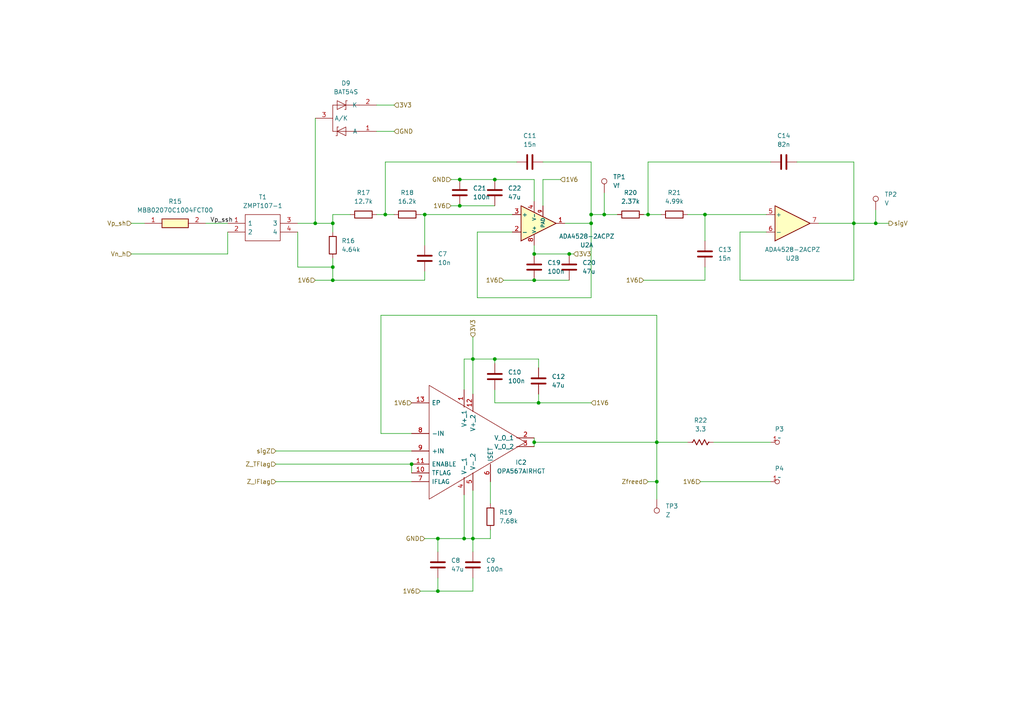
<source format=kicad_sch>
(kicad_sch (version 20231120) (generator "eeschema") (generator_version "8.0")
  (paper "A4")
  (lib_symbols
    (symbol "Connector:TestPoint" (pin_numbers hide) (pin_names (offset 0.762) hide)
      (property "Reference" "TP" (at 0 6.858 0))
      (property "Value" "TestPoint" (at 0 5.08 0))
      (symbol "TestPoint_0_1"
        (circle (center 0 3.302) (radius 0.762))
      )
      (symbol "TestPoint_1_1"
        (pin passive line (at 0 0 90) (length 2.54) (name "1") (number "1"))
      )
    )
    (symbol "Mouser:OPA567AIRHGT" (pin_names (offset 0.762))
      (property "Reference" "IC" (at -4.572 -20.574 0))
      (property "Value" "OPA567AIRHGT" (at -4.572 -23.114 0))
      (symbol "OPA567AIRHGT_0_0"
        (pin passive line (at 2.54 15.24 270) (length 5.08) (name "V+_1") (number "1"))
        (pin passive line (at -12.7 -8.89 0) (length 5.08) (name "TFLAG") (number "10"))
        (pin passive line (at -12.7 -6.35 0) (length 5.08) (name "ENABLE") (number "11"))
        (pin passive line (at 5.08 13.97 270) (length 5.08) (name "V+_2") (number "12"))
        (pin passive line (at -12.7 11.43 0) (length 5.08) (name "EP") (number "13"))
        (pin passive line (at 22.86 1.27 180) (length 5.08) (name "V_O_1") (number "2"))
        (pin passive line (at 22.86 -1.27 180) (length 5.08) (name "V_O_2") (number "3"))
        (pin passive line (at 2.54 -15.24 90) (length 5.08) (name "V-_1") (number "4"))
        (pin passive line (at 5.08 -13.97 90) (length 5.08) (name "V-_2") (number "5"))
        (pin passive line (at 10.16 -11.43 90) (length 5.08) (name "ISET") (number "6"))
        (pin passive line (at -12.7 -11.43 0) (length 5.08) (name "IFLAG") (number "7"))
        (pin passive line (at -12.7 2.54 0) (length 5.08) (name "-IN") (number "8"))
        (pin passive line (at -12.7 -2.54 0) (length 5.08) (name "+IN") (number "9"))
      )
      (symbol "OPA567AIRHGT_0_1"
        (polyline (pts (xy -7.62 0) (xy -7.62 16.51) (xy 20.32 0) (xy -7.62 -16.51) (xy -7.62 0)))
      )
    )
    (symbol "Mouser:PAD_hole2.6" (exclude_from_sim yes) (in_bom no) (on_board no)
      (property "Reference" "P" (at 1.016 1.778 0))
      (symbol "PAD_hole2.6_1_1"
        (pin input inverted (at -1.27 0 0) (length 2.54) (name "") (number "1"))
      )
    )
    (symbol "Mouser:ZMPT107-1" (pin_names (offset 0.762))
      (property "Reference" "T" (at 16.51 7.62 0))
      (property "Value" "ZMPT107-1" (at 16.51 5.08 0))
      (symbol "ZMPT107-1_0_0"
        (pin passive line (at 0 0 0) (length 5.08) (name "1") (number "1"))
        (pin passive line (at 0 -2.54 0) (length 5.08) (name "2") (number "2"))
        (pin passive line (at 20.32 0 180) (length 5.08) (name "3") (number "3"))
        (pin passive line (at 20.32 -2.54 180) (length 5.08) (name "4") (number "4"))
      )
      (symbol "ZMPT107-1_0_1"
        (polyline (pts (xy 5.08 2.54) (xy 15.24 2.54) (xy 15.24 -5.08) (xy 5.08 -5.08) (xy 5.08 2.54)) (stroke (width 0.1524)))
      )
    )
    (symbol "PCM_Amplifier_Operational_AKL:ADA4528-2ACPZ" (pin_names (offset 0.2))
      (property "Reference" "U" (at 2.54 7.62 0))
      (property "Value" "ADA4528-2ACPZ" (at 2.54 5.08 0))
      (symbol "ADA4528-2ACPZ_0_1"
        (polyline (pts (xy -5.08 5.08) (xy -5.08 -5.08) (xy 5.08 0) (xy -5.08 5.08)) (stroke (width 0.254)) (fill (type background)))
      )
      (symbol "ADA4528-2ACPZ_1_1"
        (pin output line (at 7.62 0 180) (length 2.54) (name "~") (number "1"))
        (pin input line (at -7.62 2.54 0) (length 2.54) (name "-") (number "2"))
        (pin input line (at -7.62 -2.54 0) (length 2.54) (name "+") (number "3"))
        (pin power_in line (at -1.27 -6.35 90) (length 3.18) (name "V-") (number "4"))
        (pin power_in line (at -1.27 6.35 270) (length 3.18) (name "V+") (number "8"))
        (pin power_in line (at 1.27 -5.08 90) (length 3.18) (name "PAD") (number "9"))
      )
      (symbol "ADA4528-2ACPZ_2_1"
        (pin input line (at -7.62 -2.54 0) (length 2.54) (name "+") (number "5"))
        (pin input line (at -7.62 2.54 0) (length 2.54) (name "-") (number "6"))
        (pin output line (at 7.62 0 180) (length 2.54) (name "~") (number "7"))
      )
    )
    (symbol "PCM_Capacitor_AKL:C_0402" (pin_numbers hide) (pin_names (offset 0.254))
      (property "Reference" "C" (at 0.635 2.54 0))
      (property "Value" "C_0402" (at 0.635 -2.54 0))
      (symbol "C_0402_0_1"
        (polyline (pts (xy -2.032 -0.762) (xy 2.032 -0.762)) (stroke (width 0.508)))
        (polyline (pts (xy -2.032 0.762) (xy 2.032 0.762)) (stroke (width 0.508)))
      )
      (symbol "C_0402_0_2"
        (polyline (pts (xy -2.54 -2.54) (xy -0.381 -0.381)))
        (polyline (pts (xy -0.508 -0.508) (xy -1.651 0.635)) (stroke (width 0.508)))
        (polyline (pts (xy -0.508 -0.508) (xy 0.635 -1.651)) (stroke (width 0.508)))
        (polyline (pts (xy 0.381 0.381) (xy 2.54 2.54)))
        (polyline (pts (xy 0.508 0.508) (xy -0.635 1.651)) (stroke (width 0.508)))
        (polyline (pts (xy 0.508 0.508) (xy 1.651 -0.635)) (stroke (width 0.508)))
      )
      (symbol "C_0402_1_1"
        (pin passive line (at 0 3.81 270) (length 2.794) (name "~") (number "1"))
        (pin passive line (at 0 -3.81 90) (length 2.794) (name "~") (number "2"))
      )
      (symbol "C_0402_1_2"
        (pin passive line (at 2.54 2.54 270) (length 0) (name "~") (number "1"))
        (pin passive line (at -2.54 -2.54 90) (length 0) (name "~") (number "2"))
      )
    )
    (symbol "PCM_Capacitor_AKL:C_0603" (pin_numbers hide) (pin_names (offset 0.254))
      (property "Reference" "C" (at 0.635 2.54 0))
      (property "Value" "C_0603" (at 0.635 -2.54 0))
      (symbol "C_0603_0_1"
        (polyline (pts (xy -2.032 -0.762) (xy 2.032 -0.762)) (stroke (width 0.508)))
        (polyline (pts (xy -2.032 0.762) (xy 2.032 0.762)) (stroke (width 0.508)))
      )
      (symbol "C_0603_0_2"
        (polyline (pts (xy -2.54 -2.54) (xy -0.381 -0.381)))
        (polyline (pts (xy -0.508 -0.508) (xy -1.651 0.635)) (stroke (width 0.508)))
        (polyline (pts (xy -0.508 -0.508) (xy 0.635 -1.651)) (stroke (width 0.508)))
        (polyline (pts (xy 0.381 0.381) (xy 2.54 2.54)))
        (polyline (pts (xy 0.508 0.508) (xy -0.635 1.651)) (stroke (width 0.508)))
        (polyline (pts (xy 0.508 0.508) (xy 1.651 -0.635)) (stroke (width 0.508)))
      )
      (symbol "C_0603_1_1"
        (pin passive line (at 0 3.81 270) (length 2.794) (name "~") (number "1"))
        (pin passive line (at 0 -3.81 90) (length 2.794) (name "~") (number "2"))
      )
      (symbol "C_0603_1_2"
        (pin passive line (at 2.54 2.54 270) (length 0) (name "~") (number "1"))
        (pin passive line (at -2.54 -2.54 90) (length 0) (name "~") (number "2"))
      )
    )
    (symbol "PCM_Resistor_AKL:R_0402" (pin_numbers hide) (pin_names (offset 0))
      (property "Reference" "R" (at 2.54 1.27 0))
      (property "Value" "R_0402" (at 2.54 -1.27 0))
      (symbol "R_0402_0_1"
        (rectangle (start -1.016 2.54) (end 1.016 -2.54) (stroke (width 0.254)))
      )
      (symbol "R_0402_0_2"
        (polyline (pts (xy -2.54 -2.54) (xy -1.524 -1.524)))
        (polyline (pts (xy 1.524 1.524) (xy 2.54 2.54)))
        (polyline (pts (xy 1.524 1.524) (xy 0.889 2.159) (xy -2.159 -0.889) (xy -0.889 -2.159) (xy 2.159 0.889) (xy 1.524 1.524)) (stroke (width 0.254)))
      )
      (symbol "R_0402_1_1"
        (pin passive line (at 0 3.81 270) (length 1.27) (name "~") (number "1"))
        (pin passive line (at 0 -3.81 90) (length 1.27) (name "~") (number "2"))
      )
      (symbol "R_0402_1_2"
        (pin passive line (at 2.54 2.54 180) (length 0) (name "") (number "1"))
        (pin passive line (at -2.54 -2.54 0) (length 0) (name "") (number "2"))
      )
    )
    (symbol "PCM_Resistor_US_AKL:R_DIN0918_P22.86mm" (pin_numbers hide) (pin_names (offset 0))
      (property "Reference" "R" (at 2.54 1.27 0))
      (property "Value" "R_DIN0918_P22.86mm" (at 2.54 -1.27 0))
      (symbol "R_DIN0918_P22.86mm_0_1"
        (polyline (pts (xy 0 -2.286) (xy 0 -2.54)) (stroke (width 0.254)))
        (polyline (pts (xy 0 2.286) (xy 0 2.54)) (stroke (width 0.254)))
        (polyline (pts (xy 0 2.286) (xy 0.762 1.905) (xy -0.762 1.143) (xy 0 0.762) (xy 0.762 0.381) (xy 0 0) (xy -0.762 -0.381) (xy 0 -0.762) (xy 0.762 -1.143) (xy 0 -1.524) (xy -0.762 -1.905) (xy 0 -2.286)) (stroke (width 0.254)))
      )
      (symbol "R_DIN0918_P22.86mm_0_2"
        (polyline (pts (xy -2.54 -2.54) (xy -1.778 -1.778)))
        (polyline (pts (xy -1.778 -1.778) (xy -1.524 -1.524)) (stroke (width 0.254)))
        (polyline (pts (xy 1.778 1.778) (xy 1.524 1.524)) (stroke (width 0.254)))
        (polyline (pts (xy 1.778 1.778) (xy 2.54 2.54)))
        (polyline (pts (xy -1.524 -1.524) (xy -1.778 -0.762) (xy -1.016 -1.016)) (stroke (width 0.254)))
        (polyline (pts (xy -0.508 -0.508) (xy -0.762 0.254) (xy 0 0)) (stroke (width 0.254)))
        (polyline (pts (xy -0.508 -0.508) (xy -0.254 -1.27) (xy -1.016 -1.016)) (stroke (width 0.254)))
        (polyline (pts (xy 0.508 0.508) (xy 0.254 1.27) (xy 1.016 1.016)) (stroke (width 0.254)))
        (polyline (pts (xy 0.508 0.508) (xy 0.762 -0.254) (xy 0 0)) (stroke (width 0.254)))
        (polyline (pts (xy 1.524 1.524) (xy 1.778 0.762) (xy 1.016 1.016)) (stroke (width 0.254)))
      )
      (symbol "R_DIN0918_P22.86mm_1_1"
        (pin passive line (at 0 3.81 270) (length 1.27) (name "~") (number "1"))
        (pin passive line (at 0 -3.81 90) (length 1.27) (name "~") (number "2"))
      )
      (symbol "R_DIN0918_P22.86mm_1_2"
        (pin passive line (at 2.54 2.54 180) (length 0) (name "") (number "1"))
        (pin passive line (at -2.54 -2.54 0) (length 0) (name "") (number "2"))
      )
    )
    (symbol "ktw07182:BAT54S"
      (property "Reference" "D" (at 6.096 3.81 0))
      (property "Value" "BAT54S" (at 6.096 1.27 0))
      (symbol "BAT54S_0_1"
        (polyline (pts (xy -5.08 3.81) (xy -5.0799 4.1707)))
        (polyline (pts (xy -5.08 3.81) (xy -2.54 3.81)))
        (polyline (pts (xy -3.81 5.08) (xy -3.81 -2.54)))
        (polyline (pts (xy -3.81 5.08) (xy 3.81 5.08)))
        (polyline (pts (xy -2.54 3.81) (xy -2.5426 3.3951)))
        (polyline (pts (xy 2.54 1.27) (xy 2.54 1.27)))
        (polyline (pts (xy 2.54 1.27) (xy 2.5401 1.6307)))
        (polyline (pts (xy 2.54 1.27) (xy 5.08 1.27)))
        (polyline (pts (xy 2.54 3.81) (xy 5.08 3.81)))
        (polyline (pts (xy 3.81 5.08) (xy 3.81 -2.54)))
        (polyline (pts (xy 5.08 1.27) (xy 5.0774 0.8551)))
        (polyline (pts (xy 2.54 3.81) (xy 3.81 1.27) (xy 5.08 3.81)))
        (polyline (pts (xy -3.81 3.81) (xy -5.08 1.27) (xy -2.54 1.27) (xy -3.81 3.81)))
      )
      (symbol "BAT54S_1_1"
        (pin passive line (at -3.81 -7.62 90) (length 5.08) (name "A") (number "1"))
        (pin passive line (at 3.81 -7.62 90) (length 5.08) (name "K") (number "2"))
        (pin passive line (at 0 10.16 270) (length 5.08) (name "A/K") (number "3"))
      )
    )
    (symbol "ktw07182:MBB02070C1004FCT00" (pin_names hide)
      (property "Reference" "R" (at 13.97 6.35 0))
      (property "Value" "MBB02070C1004FCT00" (at 13.97 3.81 0))
      (symbol "MBB02070C1004FCT00_1_1"
        (rectangle (start 5.08 1.27) (end 12.7 -1.27) (stroke (width 0.254)) (fill (type background)))
        (pin passive line (at 0 0 0) (length 5.08) (name "1") (number "1"))
        (pin passive line (at 17.78 0 180) (length 5.08) (name "2") (number "2"))
      )
    )
  )
  (junction (at 156.21 116.84))
  (junction (at 204.47 62.23))
  (junction (at 154.94 128.27))
  (junction (at 127 156.21))
  (junction (at 111.76 62.23))
  (junction (at 165.1 73.66))
  (junction (at 123.19 62.23))
  (junction (at 154.94 73.66))
  (junction (at 175.26 62.23))
  (junction (at 133.35 59.69))
  (junction (at 127 171.45))
  (junction (at 137.16 104.14))
  (junction (at 187.96 62.23))
  (junction (at 96.52 64.77))
  (junction (at 133.35 52.07))
  (junction (at 137.16 156.21))
  (junction (at 247.65 64.77))
  (junction (at 91.44 64.77))
  (junction (at 190.5 128.27))
  (junction (at 254 64.77))
  (junction (at 119.38 134.62))
  (junction (at 171.45 62.23))
  (junction (at 190.5 139.7))
  (junction (at 154.94 81.28))
  (junction (at 143.51 104.14))
  (junction (at 96.52 77.47))
  (junction (at 143.51 52.07))
  (junction (at 171.45 64.77))
  (junction (at 96.52 81.28))
  (junction (at 134.62 156.21))
  (wire (pts (xy 231.14 46.99) (xy 247.65 46.99)))
  (wire (pts (xy 111.76 46.99) (xy 111.76 62.23)))
  (wire (pts (xy 134.62 104.14) (xy 137.16 104.14)))
  (wire (pts (xy 214.63 67.31) (xy 214.63 81.28)))
  (wire (pts (xy 109.22 30.48) (xy 114.3 30.48)))
  (wire (pts (xy 199.39 62.23) (xy 204.47 62.23)))
  (wire (pts (xy 223.52 46.99) (xy 187.96 46.99)))
  (wire (pts (xy 127 156.21) (xy 127 160.02)))
  (wire (pts (xy 148.59 67.31) (xy 138.43 67.31)))
  (wire (pts (xy 190.5 139.7) (xy 190.5 144.78)))
  (wire (pts (xy 123.19 156.21) (xy 127 156.21)))
  (wire (pts (xy 165.1 73.66) (xy 166.37 73.66)))
  (wire (pts (xy 157.48 46.99) (xy 171.45 46.99)))
  (wire (pts (xy 143.51 116.84) (xy 156.21 116.84)))
  (wire (pts (xy 154.94 128.27) (xy 190.5 128.27)))
  (wire (pts (xy 156.21 114.3) (xy 156.21 116.84)))
  (wire (pts (xy 149.86 46.99) (xy 111.76 46.99)))
  (wire (pts (xy 154.94 128.27) (xy 154.94 129.54)))
  (wire (pts (xy 156.21 104.14) (xy 143.51 104.14)))
  (wire (pts (xy 190.5 91.44) (xy 110.49 91.44)))
  (wire (pts (xy 162.56 52.07) (xy 157.48 52.07)))
  (wire (pts (xy 110.49 125.73) (xy 119.38 125.73)))
  (wire (pts (xy 204.47 81.28) (xy 204.47 77.47)))
  (wire (pts (xy 130.81 52.07) (xy 133.35 52.07)))
  (wire (pts (xy 154.94 52.07) (xy 154.94 58.42)))
  (wire (pts (xy 137.16 142.24) (xy 137.16 156.21)))
  (wire (pts (xy 156.21 106.68) (xy 156.21 104.14)))
  (wire (pts (xy 143.51 52.07) (xy 154.94 52.07)))
  (wire (pts (xy 154.94 73.66) (xy 165.1 73.66)))
  (wire (pts (xy 133.35 52.07) (xy 143.51 52.07)))
  (wire (pts (xy 38.1 64.77) (xy 41.91 64.77)))
  (wire (pts (xy 96.52 74.93) (xy 96.52 77.47)))
  (wire (pts (xy 80.01 139.7) (xy 119.38 139.7)))
  (wire (pts (xy 134.62 143.51) (xy 134.62 156.21)))
  (wire (pts (xy 137.16 167.64) (xy 137.16 171.45)))
  (wire (pts (xy 137.16 156.21) (xy 134.62 156.21)))
  (wire (pts (xy 204.47 62.23) (xy 222.25 62.23)))
  (wire (pts (xy 137.16 104.14) (xy 137.16 114.3)))
  (wire (pts (xy 247.65 46.99) (xy 247.65 64.77)))
  (wire (pts (xy 247.65 64.77) (xy 237.49 64.77)))
  (wire (pts (xy 203.2 139.7) (xy 223.52 139.7)))
  (wire (pts (xy 119.38 134.62) (xy 119.38 137.16)))
  (wire (pts (xy 127 171.45) (xy 137.16 171.45)))
  (wire (pts (xy 86.36 64.77) (xy 91.44 64.77)))
  (wire (pts (xy 143.51 105.41) (xy 143.51 104.14)))
  (wire (pts (xy 156.21 116.84) (xy 171.45 116.84)))
  (wire (pts (xy 109.22 62.23) (xy 111.76 62.23)))
  (wire (pts (xy 142.24 139.7) (xy 142.24 146.05)))
  (wire (pts (xy 190.5 128.27) (xy 199.39 128.27)))
  (wire (pts (xy 80.01 130.81) (xy 119.38 130.81)))
  (wire (pts (xy 96.52 81.28) (xy 123.19 81.28)))
  (wire (pts (xy 247.65 64.77) (xy 254 64.77)))
  (wire (pts (xy 154.94 127) (xy 154.94 128.27)))
  (wire (pts (xy 187.96 62.23) (xy 191.77 62.23)))
  (wire (pts (xy 121.92 62.23) (xy 123.19 62.23)))
  (wire (pts (xy 80.01 134.62) (xy 119.38 134.62)))
  (wire (pts (xy 96.52 62.23) (xy 96.52 64.77)))
  (wire (pts (xy 154.94 81.28) (xy 165.1 81.28)))
  (wire (pts (xy 138.43 86.36) (xy 171.45 86.36)))
  (wire (pts (xy 143.51 113.03) (xy 143.51 116.84)))
  (wire (pts (xy 142.24 153.67) (xy 142.24 156.21)))
  (wire (pts (xy 137.16 156.21) (xy 137.16 160.02)))
  (wire (pts (xy 247.65 81.28) (xy 247.65 64.77)))
  (wire (pts (xy 127 167.64) (xy 127 171.45)))
  (wire (pts (xy 111.76 62.23) (xy 114.3 62.23)))
  (wire (pts (xy 86.36 77.47) (xy 96.52 77.47)))
  (wire (pts (xy 121.92 171.45) (xy 127 171.45)))
  (wire (pts (xy 123.19 62.23) (xy 148.59 62.23)))
  (wire (pts (xy 91.44 81.28) (xy 96.52 81.28)))
  (wire (pts (xy 66.04 67.31) (xy 66.04 73.66)))
  (wire (pts (xy 96.52 64.77) (xy 96.52 67.31)))
  (wire (pts (xy 127 156.21) (xy 134.62 156.21)))
  (wire (pts (xy 110.49 91.44) (xy 110.49 125.73)))
  (wire (pts (xy 123.19 78.74) (xy 123.19 81.28)))
  (wire (pts (xy 146.05 81.28) (xy 154.94 81.28)))
  (wire (pts (xy 138.43 67.31) (xy 138.43 86.36)))
  (wire (pts (xy 59.69 64.77) (xy 66.04 64.77)))
  (wire (pts (xy 204.47 62.23) (xy 204.47 69.85)))
  (wire (pts (xy 171.45 64.77) (xy 163.83 64.77)))
  (wire (pts (xy 130.81 59.69) (xy 133.35 59.69)))
  (wire (pts (xy 91.44 64.77) (xy 96.52 64.77)))
  (wire (pts (xy 137.16 156.21) (xy 142.24 156.21)))
  (wire (pts (xy 207.01 128.27) (xy 223.52 128.27)))
  (wire (pts (xy 38.1 73.66) (xy 66.04 73.66)))
  (wire (pts (xy 171.45 62.23) (xy 175.26 62.23)))
  (wire (pts (xy 186.69 62.23) (xy 187.96 62.23)))
  (wire (pts (xy 187.96 139.7) (xy 190.5 139.7)))
  (wire (pts (xy 171.45 62.23) (xy 171.45 64.77)))
  (wire (pts (xy 187.96 46.99) (xy 187.96 62.23)))
  (wire (pts (xy 96.52 62.23) (xy 101.6 62.23)))
  (wire (pts (xy 154.94 73.66) (xy 154.94 71.12)))
  (wire (pts (xy 186.69 81.28) (xy 204.47 81.28)))
  (wire (pts (xy 214.63 81.28) (xy 247.65 81.28)))
  (wire (pts (xy 254 60.96) (xy 254 64.77)))
  (wire (pts (xy 134.62 113.03) (xy 134.62 104.14)))
  (wire (pts (xy 175.26 62.23) (xy 179.07 62.23)))
  (wire (pts (xy 254 64.77) (xy 257.81 64.77)))
  (wire (pts (xy 157.48 52.07) (xy 157.48 59.69)))
  (wire (pts (xy 190.5 91.44) (xy 190.5 128.27)))
  (wire (pts (xy 91.44 34.29) (xy 91.44 64.77)))
  (wire (pts (xy 171.45 86.36) (xy 171.45 64.77)))
  (wire (pts (xy 123.19 62.23) (xy 123.19 71.12)))
  (wire (pts (xy 96.52 77.47) (xy 96.52 81.28)))
  (wire (pts (xy 190.5 139.7) (xy 190.5 128.27)))
  (wire (pts (xy 171.45 46.99) (xy 171.45 62.23)))
  (wire (pts (xy 86.36 67.31) (xy 86.36 77.47)))
  (wire (pts (xy 137.16 97.79) (xy 137.16 104.14)))
  (wire (pts (xy 114.3 38.1) (xy 109.22 38.1)))
  (wire (pts (xy 133.35 59.69) (xy 143.51 59.69)))
  (wire (pts (xy 222.25 67.31) (xy 214.63 67.31)))
  (wire (pts (xy 175.26 55.88) (xy 175.26 62.23)))
  (wire (pts (xy 143.51 104.14) (xy 137.16 104.14)))
  (label "Vp_ssh" (at 60.96 64.77 0))
  (hierarchical_label "Z_IFlag" (shape input) (at 80.01 139.7 180))
  (hierarchical_label "1V6" (shape input) (at 203.2 139.7 180))
  (hierarchical_label "1V6" (shape input) (at 91.44 81.28 180))
  (hierarchical_label "Zfreed" (shape input) (at 187.96 139.7 180))
  (hierarchical_label "1V6" (shape input) (at 119.38 116.84 180))
  (hierarchical_label "Vn_h" (shape input) (at 38.1 73.66 180))
  (hierarchical_label "1V6" (shape input) (at 146.05 81.28 180))
  (hierarchical_label "1V6" (shape input) (at 162.56 52.07 0))
  (hierarchical_label "GND" (shape input) (at 130.81 52.07 180))
  (hierarchical_label "1V6" (shape input) (at 186.69 81.28 180))
  (hierarchical_label "Z_TFlag" (shape input) (at 80.01 134.62 180))
  (hierarchical_label "GND" (shape input) (at 123.19 156.21 180))
  (hierarchical_label "1V6" (shape input) (at 121.92 171.45 180))
  (hierarchical_label "1V6" (shape input) (at 171.45 116.84 0))
  (hierarchical_label "sigV" (shape output) (at 257.81 64.77 0))
  (hierarchical_label "GND" (shape input) (at 114.3 38.1 0))
  (hierarchical_label "3V3" (shape input) (at 114.3 30.48 0))
  (hierarchical_label "3V3" (shape input) (at 137.16 97.79 90))
  (hierarchical_label "1V6" (shape input) (at 130.81 59.69 180))
  (hierarchical_label "sigZ" (shape input) (at 80.01 130.81 180))
  (hierarchical_label "Vp_sh" (shape input) (at 38.1 64.77 180))
  (hierarchical_label "3V3" (shape input) (at 166.37 73.66 0))
  (symbol (lib_id "Mouser:PAD_hole2.6") (at 224.79 128.27 0) (mirror x) (unit 1) (exclude_from_sim yes) (in_bom no)
    (property "Reference" "P3" (at 226.06 124.46 0))
    (property "Value" "~" (at 226.06 127 0))
    (property "Footprint" "Mouser:PAD_Hole_D2mm" (effects (hide yes)))
  )
  (symbol (lib_id "PCM_Amplifier_Operational_AKL:ADA4528-2ACPZ") (at 156.21 64.77 0) (mirror x) (unit 1)
    (property "Reference" "U2" (at 170.18 71.0886 0))
    (property "Value" "ADA4528-2ACPZ" (at 170.18 68.5486 0))
    (property "Footprint" "PCM_Package_DFN_QFN_AKL:DFN-8-1EP_3x3mm_P0.5mm_EP1.66x2.38mm" (effects (hide yes)))
    (property "Datasheet" "https://www.tme.eu/Document/d42d21de1e5b8f8fdb77a0b021808479/ADA4528-1_4528-2.pdf" (effects (hide yes)))
    (property "Description" "DFN-8 Dual Auto-Zero RRIO Operational Amplifier, 2.5μV Offset, 15nV/°C Drift, 97nVp-p Noise, 4MHz GBW, Alternate KiCAD Library" (effects (hide yes)))
  )
  (symbol (lib_id "PCM_Capacitor_AKL:C_0603") (at 127 163.83 0) (unit 1)
    (property "Reference" "C8" (at 130.81 162.5599 0) (effects (justify left)))
    (property "Value" "47u" (at 130.81 165.0999 0) (effects (justify left)))
    (property "Footprint" "PCM_Capacitor_SMD_AKL:C_0603_1608Metric" (effects (hide yes)))
    (property "Description" "SMD 0603 MLCC capacitor, Alternate KiCad Library" (effects (hide yes)))
  )
  (symbol (lib_id "Mouser:OPA567AIRHGT") (at 132.08 128.27 0) (unit 1)
    (property "Reference" "IC2" (at 151.13 134.112 0))
    (property "Value" "OPA567AIRHGT" (at 151.13 136.652 0))
    (property "Footprint" "Mouser:QFN100P500X500X100-13N-D" (effects (hide yes)))
    (property "Datasheet" "https://www.ti.com/lit/gpn/OPA567" (effects (hide yes)))
    (property "Description" "Rail-to-Rail I/O, 2A Power Amplifier" (effects (hide yes)))
    (property "Description_1" "Rail-to-Rail I/O, 2A Power Amplifier" (effects (hide yes)))
    (property "Height" "1" (effects (hide yes)))
    (property "Manufacturer_Name" "Texas Instruments" (effects (hide yes)))
    (property "Manufacturer_Part_Number" "OPA567AIRHGT" (effects (hide yes)))
    (property "Mouser Part Number" "595-OPA567AIRHGT" (effects (hide yes)))
    (property "Mouser Price/Stock" "https://www.mouser.co.uk/ProductDetail/Texas-Instruments/OPA567AIRHGT?qs=wgAEGBTxy7luCwhsvvAe8A%3D%3D" (effects (hide yes)))
    (property "Arrow Part Number" "OPA567AIRHGT" (effects (hide yes)))
    (property "Arrow Price/Stock" "https://www.arrow.com/en/products/opa567airhgt/texas-instruments?region=nac" (effects (hide yes)))
  )
  (symbol (lib_id "PCM_Capacitor_AKL:C_0603") (at 165.1 77.47 0) (unit 1)
    (property "Reference" "C20" (at 168.91 76.1999 0) (effects (justify left)))
    (property "Value" "47u" (at 168.91 78.7399 0) (effects (justify left)))
    (property "Footprint" "PCM_Capacitor_SMD_AKL:C_0603_1608Metric" (effects (hide yes)))
    (property "Description" "SMD 0603 MLCC capacitor, Alternate KiCad Library" (effects (hide yes)))
  )
  (symbol (lib_id "PCM_Resistor_AKL:R_0402") (at 195.58 62.23 90) (unit 1)
    (property "Reference" "R21" (at 195.58 55.88 90))
    (property "Value" "4.99k" (at 195.58 58.42 90))
    (property "Footprint" "PCM_Resistor_SMD_AKL:R_0402_1005Metric" (effects (hide yes)))
    (property "Description" "SMD 0402 Chip Resistor, European Symbol, Alternate KiCad Library" (effects (hide yes)))
  )
  (symbol (lib_id "Connector:TestPoint") (at 254 60.96 0) (unit 1)
    (property "Reference" "TP2" (at 256.54 56.3879 0) (effects (justify left)))
    (property "Value" "V" (at 256.54 58.9279 0) (effects (justify left)))
    (property "Footprint" "TestPoint:TestPoint_Pad_D2.0mm" (effects (hide yes)))
    (property "Description" "test point" (effects (hide yes)))
  )
  (symbol (lib_id "ktw07182:BAT54S") (at 101.6 34.29 90) (unit 1)
    (property "Reference" "D9" (at 100.33 24.13 90))
    (property "Value" "BAT54S" (at 100.33 26.67 90))
    (property "Footprint" "SOT95P240X120-3N" (effects (hide yes)))
    (property "Datasheet" "https://www.onsemi.com/download/data-sheet/pdf/BAT54S-D.pdf" (effects (hide yes)))
    (property "Description" "Obsolete - Schottky Barrier Diode" (effects (hide yes)))
    (property "Height" "1.2" (effects (hide yes)))
    (property "Manufacturer_Name" "onsemi" (effects (hide yes)))
    (property "Manufacturer_Part_Number" "BAT54S" (effects (hide yes)))
    (property "Mouser Part Number" "512-BAT54S" (effects (hide yes)))
    (property "Mouser Price/Stock" "https://www.mouser.co.uk/ProductDetail/onsemi-Fairchild/BAT54S?qs=WjC1ij5gCHN3lvcpF9iNwQ%3D%3D" (effects (hide yes)))
    (property "Arrow Part Number" "BAT54S" (effects (hide yes)))
    (property "Arrow Price/Stock" "https://www.arrow.com/en/products/bat54s/on-semiconductor" (effects (hide yes)))
  )
  (symbol (lib_id "PCM_Capacitor_AKL:C_0402") (at 133.35 55.88 180) (unit 1)
    (property "Reference" "C21" (at 137.16 54.6099 0) (effects (justify right)))
    (property "Value" "100n" (at 137.16 57.1499 0) (effects (justify right)))
    (property "Footprint" "PCM_Capacitor_SMD_AKL:C_0402_1005Metric" (effects (hide yes)))
    (property "Description" "SMD 0402 MLCC capacitor, Alternate KiCad Library" (effects (hide yes)))
  )
  (symbol (lib_id "PCM_Capacitor_AKL:C_0603") (at 143.51 55.88 0) (unit 1)
    (property "Reference" "C22" (at 147.32 54.6099 0) (effects (justify left)))
    (property "Value" "47u" (at 147.32 57.1499 0) (effects (justify left)))
    (property "Footprint" "PCM_Capacitor_SMD_AKL:C_0603_1608Metric" (effects (hide yes)))
    (property "Description" "SMD 0603 MLCC capacitor, Alternate KiCad Library" (effects (hide yes)))
  )
  (symbol (lib_id "PCM_Resistor_AKL:R_0402") (at 182.88 62.23 90) (unit 1)
    (property "Reference" "R20" (at 182.88 55.88 90))
    (property "Value" "2.37k" (at 182.88 58.42 90))
    (property "Footprint" "PCM_Resistor_SMD_AKL:R_0402_1005Metric" (effects (hide yes)))
    (property "Description" "SMD 0402 Chip Resistor, European Symbol, Alternate KiCad Library" (effects (hide yes)))
  )
  (symbol (lib_id "Mouser:PAD_hole2.6") (at 224.79 139.7 0) (mirror x) (unit 1) (exclude_from_sim yes) (in_bom no)
    (property "Reference" "P4" (at 226.06 135.89 0))
    (property "Value" "~" (at 226.06 138.43 0))
    (property "Footprint" "Mouser:PAD_Hole_D2mm" (effects (hide yes)))
  )
  (symbol (lib_id "Connector:TestPoint") (at 190.5 144.78 180) (unit 1)
    (property "Reference" "TP3" (at 193.04 146.8119 0) (effects (justify right)))
    (property "Value" "Z" (at 193.04 149.3519 0) (effects (justify right)))
    (property "Footprint" "TestPoint:TestPoint_Pad_D2.0mm" (effects (hide yes)))
    (property "Description" "test point" (effects (hide yes)))
  )
  (symbol (lib_id "PCM_Amplifier_Operational_AKL:ADA4528-2ACPZ") (at 229.87 64.77 0) (mirror x) (unit 2)
    (property "Reference" "U2" (at 229.87 74.93 0))
    (property "Value" "ADA4528-2ACPZ" (at 229.87 72.39 0))
    (property "Footprint" "PCM_Package_DFN_QFN_AKL:DFN-8-1EP_3x3mm_P0.5mm_EP1.66x2.38mm" (effects (hide yes)))
    (property "Datasheet" "https://www.tme.eu/Document/d42d21de1e5b8f8fdb77a0b021808479/ADA4528-1_4528-2.pdf" (effects (hide yes)))
    (property "Description" "DFN-8 Dual Auto-Zero RRIO Operational Amplifier, 2.5μV Offset, 15nV/°C Drift, 97nVp-p Noise, 4MHz GBW, Alternate KiCAD Library" (effects (hide yes)))
  )
  (symbol (lib_id "PCM_Capacitor_AKL:C_0402") (at 204.47 73.66 180) (unit 1)
    (property "Reference" "C13" (at 208.28 72.3899 0) (effects (justify right)))
    (property "Value" "15n" (at 208.28 74.9299 0) (effects (justify right)))
    (property "Footprint" "PCM_Capacitor_SMD_AKL:C_0402_1005Metric" (effects (hide yes)))
    (property "Description" "SMD 0402 MLCC capacitor, Alternate KiCad Library" (effects (hide yes)))
  )
  (symbol (lib_id "PCM_Capacitor_AKL:C_0402") (at 123.19 74.93 180) (unit 1)
    (property "Reference" "C7" (at 127 73.6599 0) (effects (justify right)))
    (property "Value" "10n" (at 127 76.1999 0) (effects (justify right)))
    (property "Footprint" "PCM_Capacitor_SMD_AKL:C_0402_1005Metric" (effects (hide yes)))
    (property "Description" "SMD 0402 MLCC capacitor, Alternate KiCad Library" (effects (hide yes)))
  )
  (symbol (lib_id "PCM_Resistor_AKL:R_0402") (at 105.41 62.23 90) (unit 1)
    (property "Reference" "R17" (at 105.41 55.88 90))
    (property "Value" "12.7k" (at 105.41 58.42 90))
    (property "Footprint" "PCM_Resistor_SMD_AKL:R_0402_1005Metric" (effects (hide yes)))
    (property "Description" "SMD 0402 Chip Resistor, European Symbol, Alternate KiCad Library" (effects (hide yes)))
  )
  (symbol (lib_id "PCM_Capacitor_AKL:C_0402") (at 143.51 109.22 180) (unit 1)
    (property "Reference" "C10" (at 147.32 107.9499 0) (effects (justify right)))
    (property "Value" "100n" (at 147.32 110.4899 0) (effects (justify right)))
    (property "Footprint" "PCM_Capacitor_SMD_AKL:C_0402_1005Metric" (effects (hide yes)))
    (property "Description" "SMD 0402 MLCC capacitor, Alternate KiCad Library" (effects (hide yes)))
  )
  (symbol (lib_id "PCM_Capacitor_AKL:C_0402") (at 153.67 46.99 90) (unit 1)
    (property "Reference" "C11" (at 153.67 39.37 90))
    (property "Value" "15n" (at 153.67 41.91 90))
    (property "Footprint" "PCM_Capacitor_SMD_AKL:C_0402_1005Metric" (effects (hide yes)))
    (property "Description" "SMD 0402 MLCC capacitor, Alternate KiCad Library" (effects (hide yes)))
  )
  (symbol (lib_id "PCM_Resistor_AKL:R_0402") (at 118.11 62.23 90) (unit 1)
    (property "Reference" "R18" (at 118.11 55.88 90))
    (property "Value" "16.2k" (at 118.11 58.42 90))
    (property "Footprint" "PCM_Resistor_SMD_AKL:R_0402_1005Metric" (effects (hide yes)))
    (property "Description" "SMD 0402 Chip Resistor, European Symbol, Alternate KiCad Library" (effects (hide yes)))
  )
  (symbol (lib_id "PCM_Capacitor_AKL:C_0402") (at 137.16 163.83 180) (unit 1)
    (property "Reference" "C9" (at 140.97 162.5599 0) (effects (justify right)))
    (property "Value" "100n" (at 140.97 165.0999 0) (effects (justify right)))
    (property "Footprint" "PCM_Capacitor_SMD_AKL:C_0402_1005Metric" (effects (hide yes)))
    (property "Description" "SMD 0402 MLCC capacitor, Alternate KiCad Library" (effects (hide yes)))
  )
  (symbol (lib_id "PCM_Resistor_US_AKL:R_DIN0918_P22.86mm") (at 203.2 128.27 90) (unit 1)
    (property "Reference" "R22" (at 203.2 121.92 90))
    (property "Value" "3.3" (at 203.2 124.46 90))
    (property "Footprint" "PCM_Resistor_THT_US_AKL:R_Axial_DIN0918_L18.0mm_D9.0mm_P22.86mm_Horizontal" (effects (hide yes)))
    (property "Description" "THT 0918 Resistor, 22.86mm Pin Pitch, US Symbol, Alternate KiCad Library" (effects (hide yes)))
  )
  (symbol (lib_id "Connector:TestPoint") (at 175.26 55.88 0) (unit 1)
    (property "Reference" "TP1" (at 177.8 51.3079 0) (effects (justify left)))
    (property "Value" "Vf" (at 177.8 53.8479 0) (effects (justify left)))
    (property "Footprint" "TestPoint:TestPoint_Pad_D2.0mm" (effects (hide yes)))
    (property "Description" "test point" (effects (hide yes)))
  )
  (symbol (lib_id "PCM_Resistor_AKL:R_0402") (at 142.24 149.86 180) (unit 1)
    (property "Reference" "R19" (at 144.78 148.5899 0) (effects (justify right)))
    (property "Value" "7.68k" (at 144.78 151.1299 0) (effects (justify right)))
    (property "Footprint" "PCM_Resistor_SMD_AKL:R_0402_1005Metric" (effects (hide yes)))
    (property "Description" "SMD 0402 Chip Resistor, European Symbol, Alternate KiCad Library" (effects (hide yes)))
  )
  (symbol (lib_id "ktw07182:MBB02070C1004FCT00") (at 41.91 64.77 0) (unit 1)
    (property "Reference" "R15" (at 50.8 58.42 0))
    (property "Value" "MBB02070C1004FCT00" (at 50.8 60.96 0))
    (property "Footprint" "Mouser:RESAD1650W60L650D250" (effects (hide yes)))
    (property "Datasheet" "https://www.mouser.com/datasheet/2/427/VISH_S_A0005972005_1-2569743.pdf" (effects (hide yes)))
    (property "Description" "Vishay MBB0207 Series Axial Thin Film Fixed Resistor 1M +/-1% 0.6W +/-50ppm/C" (effects (hide yes)))
    (property "Manufacturer_Name" "Vishay" (effects (hide yes)))
    (property "Manufacturer_Part_Number" "MBB02070C1004FCT00" (effects (hide yes)))
  )
  (symbol (lib_id "PCM_Capacitor_AKL:C_0402") (at 227.33 46.99 90) (unit 1)
    (property "Reference" "C14" (at 227.33 39.37 90))
    (property "Value" "82n" (at 227.33 41.91 90))
    (property "Footprint" "PCM_Capacitor_SMD_AKL:C_0402_1005Metric" (effects (hide yes)))
    (property "Description" "SMD 0402 MLCC capacitor, Alternate KiCad Library" (effects (hide yes)))
  )
  (symbol (lib_id "PCM_Resistor_AKL:R_0402") (at 96.52 71.12 180) (unit 1)
    (property "Reference" "R16" (at 99.06 69.8499 0) (effects (justify right)))
    (property "Value" "4.64k" (at 99.06 72.3899 0) (effects (justify right)))
    (property "Footprint" "PCM_Resistor_SMD_AKL:R_0402_1005Metric" (effects (hide yes)))
    (property "Description" "SMD 0402 Chip Resistor, European Symbol, Alternate KiCad Library" (effects (hide yes)))
  )
  (symbol (lib_id "PCM_Capacitor_AKL:C_0603") (at 156.21 110.49 0) (unit 1)
    (property "Reference" "C12" (at 160.02 109.2199 0) (effects (justify left)))
    (property "Value" "47u" (at 160.02 111.7599 0) (effects (justify left)))
    (property "Footprint" "PCM_Capacitor_SMD_AKL:C_0603_1608Metric" (effects (hide yes)))
    (property "Description" "SMD 0603 MLCC capacitor, Alternate KiCad Library" (effects (hide yes)))
  )
  (symbol (lib_id "PCM_Capacitor_AKL:C_0402") (at 154.94 77.47 180) (unit 1)
    (property "Reference" "C19" (at 158.75 76.1999 0) (effects (justify right)))
    (property "Value" "100n" (at 158.75 78.7399 0) (effects (justify right)))
    (property "Footprint" "PCM_Capacitor_SMD_AKL:C_0402_1005Metric" (effects (hide yes)))
    (property "Description" "SMD 0402 MLCC capacitor, Alternate KiCad Library" (effects (hide yes)))
  )
  (symbol (lib_id "Mouser:ZMPT107-1") (at 66.04 64.77 0) (unit 1)
    (property "Reference" "T1" (at 76.2 57.15 0))
    (property "Value" "ZMPT107-1" (at 76.2 59.69 0))
    (property "Footprint" "Mouser:ZMPT1071" (effects (hide yes)))
    (property "Datasheet" "https://item.szlcsc.com/136467.html" (effects (hide yes)))
    (property "Description" "2mA Voltage transformer 1:1 2mA Plugin Current Sense Transformers ROHS" (effects (hide yes)))
    (property "Description_1" "2mA Voltage transformer 1:1 2mA Plugin Current Sense Transformers ROHS" (effects (hide yes)))
    (property "Height" "18.4" (effects (hide yes)))
    (property "Manufacturer_Name" "Qingxian Zeming Langxi Electronic" (effects (hide yes)))
    (property "Manufacturer_Part_Number" "ZMPT107-1" (effects (hide yes)))
  )
)
</source>
